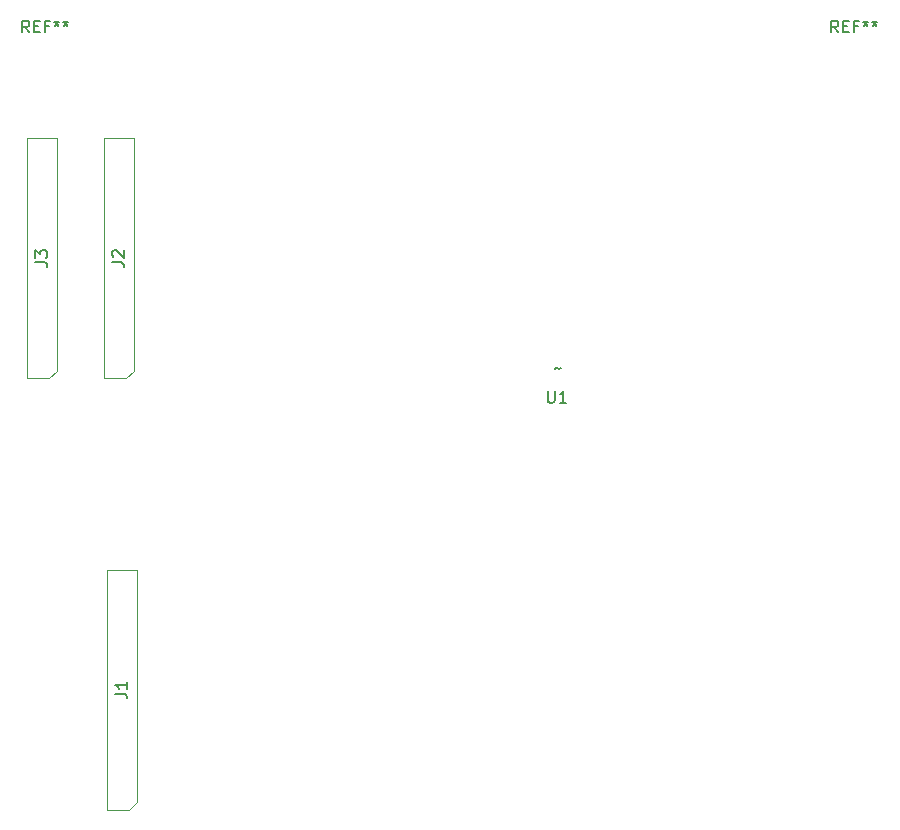
<source format=gbr>
%TF.GenerationSoftware,KiCad,Pcbnew,9.0.0*%
%TF.CreationDate,2025-04-13T20:44:06+03:30*%
%TF.ProjectId,DotMatrix,446f744d-6174-4726-9978-2e6b69636164,rev?*%
%TF.SameCoordinates,Original*%
%TF.FileFunction,AssemblyDrawing,Top*%
%FSLAX46Y46*%
G04 Gerber Fmt 4.6, Leading zero omitted, Abs format (unit mm)*
G04 Created by KiCad (PCBNEW 9.0.0) date 2025-04-13 20:44:06*
%MOMM*%
%LPD*%
G01*
G04 APERTURE LIST*
%ADD10C,0.150000*%
%ADD11C,0.100000*%
G04 APERTURE END LIST*
D10*
X97416666Y-63204819D02*
X97083333Y-62728628D01*
X96845238Y-63204819D02*
X96845238Y-62204819D01*
X96845238Y-62204819D02*
X97226190Y-62204819D01*
X97226190Y-62204819D02*
X97321428Y-62252438D01*
X97321428Y-62252438D02*
X97369047Y-62300057D01*
X97369047Y-62300057D02*
X97416666Y-62395295D01*
X97416666Y-62395295D02*
X97416666Y-62538152D01*
X97416666Y-62538152D02*
X97369047Y-62633390D01*
X97369047Y-62633390D02*
X97321428Y-62681009D01*
X97321428Y-62681009D02*
X97226190Y-62728628D01*
X97226190Y-62728628D02*
X96845238Y-62728628D01*
X97845238Y-62681009D02*
X98178571Y-62681009D01*
X98321428Y-63204819D02*
X97845238Y-63204819D01*
X97845238Y-63204819D02*
X97845238Y-62204819D01*
X97845238Y-62204819D02*
X98321428Y-62204819D01*
X99083333Y-62681009D02*
X98750000Y-62681009D01*
X98750000Y-63204819D02*
X98750000Y-62204819D01*
X98750000Y-62204819D02*
X99226190Y-62204819D01*
X99750000Y-62204819D02*
X99750000Y-62442914D01*
X99511905Y-62347676D02*
X99750000Y-62442914D01*
X99750000Y-62442914D02*
X99988095Y-62347676D01*
X99607143Y-62633390D02*
X99750000Y-62442914D01*
X99750000Y-62442914D02*
X99892857Y-62633390D01*
X100511905Y-62204819D02*
X100511905Y-62442914D01*
X100273810Y-62347676D02*
X100511905Y-62442914D01*
X100511905Y-62442914D02*
X100750000Y-62347676D01*
X100369048Y-62633390D02*
X100511905Y-62442914D01*
X100511905Y-62442914D02*
X100654762Y-62633390D01*
X104704819Y-119183333D02*
X105419104Y-119183333D01*
X105419104Y-119183333D02*
X105561961Y-119230952D01*
X105561961Y-119230952D02*
X105657200Y-119326190D01*
X105657200Y-119326190D02*
X105704819Y-119469047D01*
X105704819Y-119469047D02*
X105704819Y-119564285D01*
X105704819Y-118183333D02*
X105704819Y-118754761D01*
X105704819Y-118469047D02*
X104704819Y-118469047D01*
X104704819Y-118469047D02*
X104847676Y-118564285D01*
X104847676Y-118564285D02*
X104942914Y-118659523D01*
X104942914Y-118659523D02*
X104990533Y-118754761D01*
X165916666Y-63204819D02*
X165583333Y-62728628D01*
X165345238Y-63204819D02*
X165345238Y-62204819D01*
X165345238Y-62204819D02*
X165726190Y-62204819D01*
X165726190Y-62204819D02*
X165821428Y-62252438D01*
X165821428Y-62252438D02*
X165869047Y-62300057D01*
X165869047Y-62300057D02*
X165916666Y-62395295D01*
X165916666Y-62395295D02*
X165916666Y-62538152D01*
X165916666Y-62538152D02*
X165869047Y-62633390D01*
X165869047Y-62633390D02*
X165821428Y-62681009D01*
X165821428Y-62681009D02*
X165726190Y-62728628D01*
X165726190Y-62728628D02*
X165345238Y-62728628D01*
X166345238Y-62681009D02*
X166678571Y-62681009D01*
X166821428Y-63204819D02*
X166345238Y-63204819D01*
X166345238Y-63204819D02*
X166345238Y-62204819D01*
X166345238Y-62204819D02*
X166821428Y-62204819D01*
X167583333Y-62681009D02*
X167250000Y-62681009D01*
X167250000Y-63204819D02*
X167250000Y-62204819D01*
X167250000Y-62204819D02*
X167726190Y-62204819D01*
X168250000Y-62204819D02*
X168250000Y-62442914D01*
X168011905Y-62347676D02*
X168250000Y-62442914D01*
X168250000Y-62442914D02*
X168488095Y-62347676D01*
X168107143Y-62633390D02*
X168250000Y-62442914D01*
X168250000Y-62442914D02*
X168392857Y-62633390D01*
X169011905Y-62204819D02*
X169011905Y-62442914D01*
X168773810Y-62347676D02*
X169011905Y-62442914D01*
X169011905Y-62442914D02*
X169250000Y-62347676D01*
X168869048Y-62633390D02*
X169011905Y-62442914D01*
X169011905Y-62442914D02*
X169154762Y-62633390D01*
X97954819Y-82643333D02*
X98669104Y-82643333D01*
X98669104Y-82643333D02*
X98811961Y-82690952D01*
X98811961Y-82690952D02*
X98907200Y-82786190D01*
X98907200Y-82786190D02*
X98954819Y-82929047D01*
X98954819Y-82929047D02*
X98954819Y-83024285D01*
X97954819Y-82262380D02*
X97954819Y-81643333D01*
X97954819Y-81643333D02*
X98335771Y-81976666D01*
X98335771Y-81976666D02*
X98335771Y-81833809D01*
X98335771Y-81833809D02*
X98383390Y-81738571D01*
X98383390Y-81738571D02*
X98431009Y-81690952D01*
X98431009Y-81690952D02*
X98526247Y-81643333D01*
X98526247Y-81643333D02*
X98764342Y-81643333D01*
X98764342Y-81643333D02*
X98859580Y-81690952D01*
X98859580Y-81690952D02*
X98907200Y-81738571D01*
X98907200Y-81738571D02*
X98954819Y-81833809D01*
X98954819Y-81833809D02*
X98954819Y-82119523D01*
X98954819Y-82119523D02*
X98907200Y-82214761D01*
X98907200Y-82214761D02*
X98859580Y-82262380D01*
X104454819Y-82643333D02*
X105169104Y-82643333D01*
X105169104Y-82643333D02*
X105311961Y-82690952D01*
X105311961Y-82690952D02*
X105407200Y-82786190D01*
X105407200Y-82786190D02*
X105454819Y-82929047D01*
X105454819Y-82929047D02*
X105454819Y-83024285D01*
X104550057Y-82214761D02*
X104502438Y-82167142D01*
X104502438Y-82167142D02*
X104454819Y-82071904D01*
X104454819Y-82071904D02*
X104454819Y-81833809D01*
X104454819Y-81833809D02*
X104502438Y-81738571D01*
X104502438Y-81738571D02*
X104550057Y-81690952D01*
X104550057Y-81690952D02*
X104645295Y-81643333D01*
X104645295Y-81643333D02*
X104740533Y-81643333D01*
X104740533Y-81643333D02*
X104883390Y-81690952D01*
X104883390Y-81690952D02*
X105454819Y-82262380D01*
X105454819Y-82262380D02*
X105454819Y-81643333D01*
X141938095Y-91673866D02*
X141985714Y-91626247D01*
X141985714Y-91626247D02*
X142080952Y-91578628D01*
X142080952Y-91578628D02*
X142271428Y-91673866D01*
X142271428Y-91673866D02*
X142366666Y-91626247D01*
X142366666Y-91626247D02*
X142414285Y-91578628D01*
X141338095Y-93554819D02*
X141338095Y-94364342D01*
X141338095Y-94364342D02*
X141385714Y-94459580D01*
X141385714Y-94459580D02*
X141433333Y-94507200D01*
X141433333Y-94507200D02*
X141528571Y-94554819D01*
X141528571Y-94554819D02*
X141719047Y-94554819D01*
X141719047Y-94554819D02*
X141814285Y-94507200D01*
X141814285Y-94507200D02*
X141861904Y-94459580D01*
X141861904Y-94459580D02*
X141909523Y-94364342D01*
X141909523Y-94364342D02*
X141909523Y-93554819D01*
X142909523Y-94554819D02*
X142338095Y-94554819D01*
X142623809Y-94554819D02*
X142623809Y-93554819D01*
X142623809Y-93554819D02*
X142528571Y-93697676D01*
X142528571Y-93697676D02*
X142433333Y-93792914D01*
X142433333Y-93792914D02*
X142338095Y-93840533D01*
D11*
%TO.C,J1*%
X103980000Y-108690000D02*
X106520000Y-108690000D01*
X103980000Y-129010000D02*
X103980000Y-108690000D01*
X105885000Y-129010000D02*
X103980000Y-129010000D01*
X106520000Y-108690000D02*
X106520000Y-128375000D01*
X106520000Y-128375000D02*
X105885000Y-129010000D01*
%TO.C,J3*%
X97230000Y-72150000D02*
X99770000Y-72150000D01*
X97230000Y-92470000D02*
X97230000Y-72150000D01*
X99135000Y-92470000D02*
X97230000Y-92470000D01*
X99770000Y-72150000D02*
X99770000Y-91835000D01*
X99770000Y-91835000D02*
X99135000Y-92470000D01*
%TO.C,J2*%
X103730000Y-72150000D02*
X106270000Y-72150000D01*
X103730000Y-92470000D02*
X103730000Y-72150000D01*
X105635000Y-92470000D02*
X103730000Y-92470000D01*
X106270000Y-72150000D02*
X106270000Y-91835000D01*
X106270000Y-91835000D02*
X105635000Y-92470000D01*
%TD*%
M02*

</source>
